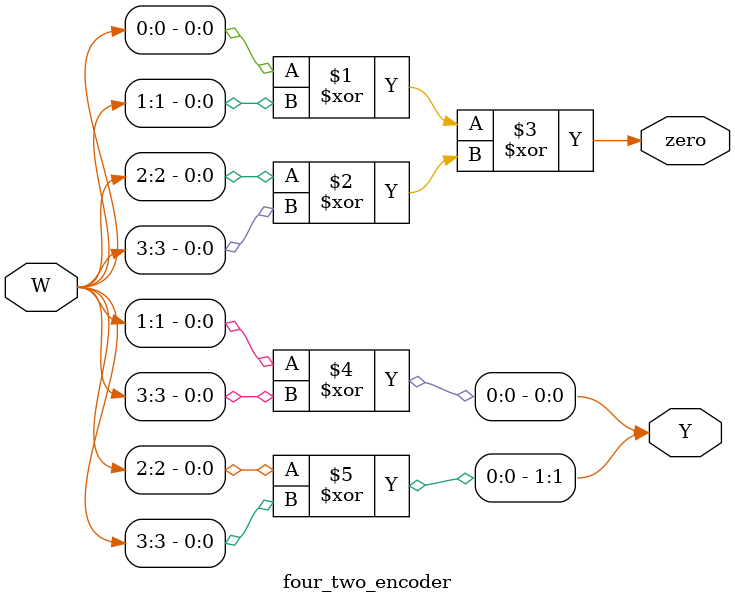
<source format=v>
`timescale 1ns / 1ps


module four_two_encoder(W, Y, zero);
    input wire [3:0] W;     //////////////////////////////////////////////////
    output wire [1:0] Y;    //  Input and output nets
    output wire zero;       //////////////////////////////////////////////////
    
    assign zero = (W[0] ^ W[1]) ^ (W[2] ^ W[3]);    //////////////////////////////////////////////////
    assign Y[0] = W[1] ^ W[3];                      //  Output assignments for the encoder
    assign Y[1] = W[2] ^ W[3];                      ///////////////////////////////////////////////////
endmodule

</source>
